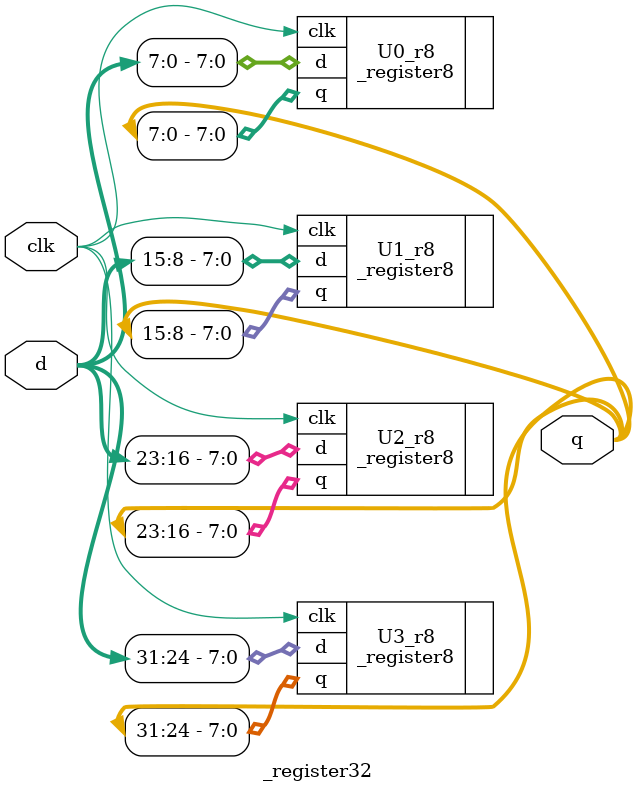
<source format=v>
module _register32(q, clk, d);
	input clk; //clock
	input [31:0] d; //input data
	output [31:0] q; //output
	
	//instance
	_register8 U0_r8(.q(q[7:0]), .clk(clk), .d(d[7:0]));
	_register8 U1_r8(.q(q[15:8]), .clk(clk), .d(d[15:8]));
	_register8 U2_r8(.q(q[23:16]), .clk(clk), .d(d[23:16]));
	_register8 U3_r8(.q(q[31:24]), .clk(clk), .d(d[31:24]));
endmodule

</source>
